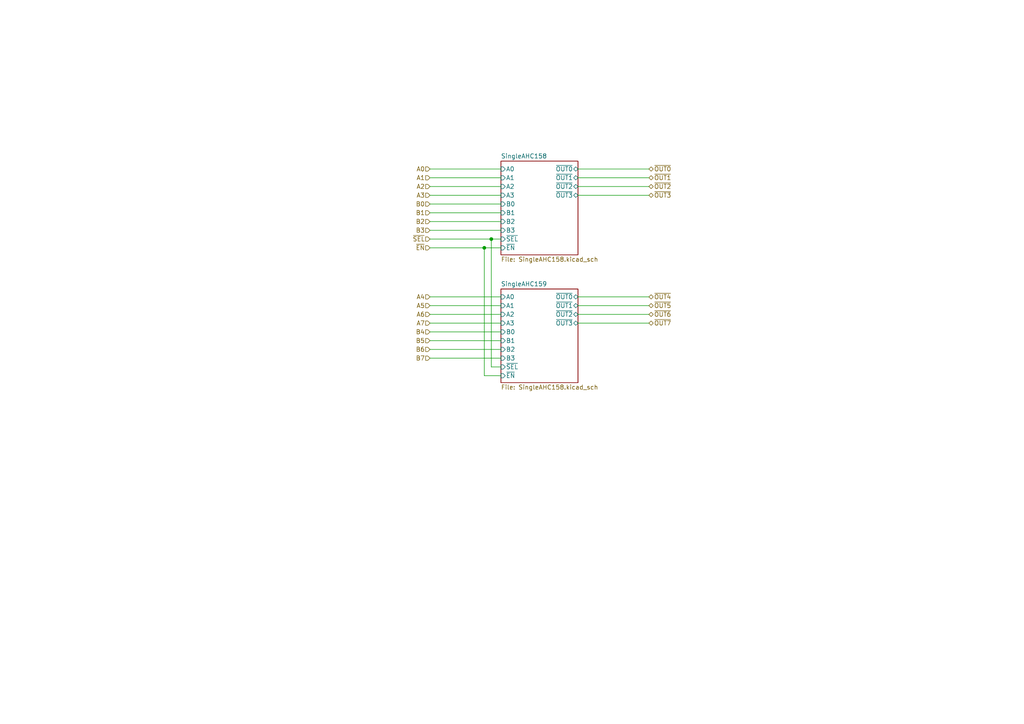
<source format=kicad_sch>
(kicad_sch (version 20211123) (generator eeschema)
  (paper "A4")
  (title_block (date "2022-05-13") (rev "1") (company "Joshua Scoggins"))
  (lib_symbols)
  (junction (at 142.494 69.342))
  (junction (at 140.462 71.882))
  (wire (pts (xy 167.64 93.726) (xy 188.214 93.726)))
  (wire (pts (xy 124.714 56.642) (xy 145.288 56.642)))
  (wire (pts (xy 142.494 69.342) (xy 145.288 69.342)))
  (wire (pts (xy 167.64 86.106) (xy 188.214 86.106)))
  (wire (pts (xy 167.64 51.562) (xy 188.214 51.562)))
  (wire (pts (xy 124.714 103.886) (xy 145.288 103.886)))
  (wire (pts (xy 167.64 54.102) (xy 188.214 54.102)))
  (wire (pts (xy 124.714 64.262) (xy 145.288 64.262)))
  (wire (pts (xy 140.462 108.966) (xy 145.288 108.966)))
  (wire (pts (xy 124.714 93.726) (xy 145.288 93.726)))
  (wire (pts (xy 124.714 51.562) (xy 145.288 51.562)))
  (wire (pts (xy 167.64 88.646) (xy 188.214 88.646)))
  (wire (pts (xy 124.714 96.266) (xy 145.288 96.266)))
  (wire (pts (xy 167.64 91.186) (xy 188.214 91.186)))
  (wire (pts (xy 124.714 49.022) (xy 145.288 49.022)))
  (wire (pts (xy 124.714 59.182) (xy 145.288 59.182)))
  (wire (pts (xy 140.462 71.882) (xy 140.462 108.966)))
  (wire (pts (xy 140.462 71.882) (xy 145.288 71.882)))
  (wire (pts (xy 124.714 69.342) (xy 142.494 69.342)))
  (wire (pts (xy 124.714 86.106) (xy 145.288 86.106)))
  (wire (pts (xy 124.714 91.186) (xy 145.288 91.186)))
  (wire (pts (xy 142.494 106.426) (xy 145.288 106.426)))
  (wire (pts (xy 124.714 101.346) (xy 145.288 101.346)))
  (wire (pts (xy 124.714 61.722) (xy 145.288 61.722)))
  (wire (pts (xy 167.64 56.642) (xy 188.214 56.642)))
  (wire (pts (xy 124.714 71.882) (xy 140.462 71.882)))
  (wire (pts (xy 167.64 49.022) (xy 188.214 49.022)))
  (wire (pts (xy 124.714 66.802) (xy 145.288 66.802)))
  (wire (pts (xy 124.714 88.646) (xy 145.288 88.646)))
  (wire (pts (xy 124.714 98.806) (xy 145.288 98.806)))
  (wire (pts (xy 142.494 69.342) (xy 142.494 106.426)))
  (wire (pts (xy 124.714 54.102) (xy 145.288 54.102)))
  (hierarchical_label "A6" (shape input) (at 124.714 91.186 180))
  (hierarchical_label "B2" (shape input) (at 124.714 64.262 180))
  (hierarchical_label "A3" (shape input) (at 124.714 56.642 180))
  (hierarchical_label "A0" (shape input) (at 124.714 49.022 180))
  (hierarchical_label "~{OUT7}" (shape tri_state) (at 188.214 93.726 0))
  (hierarchical_label "B7" (shape input) (at 124.714 103.886 180))
  (hierarchical_label "~{OUT5}" (shape tri_state) (at 188.214 88.646 0))
  (hierarchical_label "B1" (shape input) (at 124.714 61.722 180))
  (hierarchical_label "~{OUT2}" (shape tri_state) (at 188.214 54.102 0))
  (hierarchical_label "B5" (shape input) (at 124.714 98.806 180))
  (hierarchical_label "~{OUT1}" (shape tri_state) (at 188.214 51.562 0))
  (hierarchical_label "B4" (shape input) (at 124.714 96.266 180))
  (hierarchical_label "~{EN}" (shape input) (at 124.714 71.882 180))
  (hierarchical_label "B6" (shape input) (at 124.714 101.346 180))
  (hierarchical_label "A2" (shape input) (at 124.714 54.102 180))
  (hierarchical_label "~{OUT6}" (shape tri_state) (at 188.214 91.186 0))
  (hierarchical_label "B3" (shape input) (at 124.714 66.802 180))
  (hierarchical_label "A5" (shape input) (at 124.714 88.646 180))
  (hierarchical_label "B0" (shape input) (at 124.714 59.182 180))
  (hierarchical_label "~{OUT3}" (shape tri_state) (at 188.214 56.642 0))
  (hierarchical_label "A1" (shape input) (at 124.714 51.562 180))
  (hierarchical_label "~{OUT4}" (shape tri_state) (at 188.214 86.106 0))
  (hierarchical_label "~{OUT0}" (shape tri_state) (at 188.214 49.022 0))
  (hierarchical_label "A7" (shape input) (at 124.714 93.726 180))
  (hierarchical_label "A4" (shape input) (at 124.714 86.106 180))
  (hierarchical_label "~{SEL}" (shape input) (at 124.714 69.342 180))
  (sheet (at 145.288 83.82) (size 22.352 27.178) (stroke (width 0.1524))
    (property "Sheet name" "SingleAHC159" (at 145.288 83.1084 0) (effects (justify left bottom)))
    (property "Sheet file" "SingleAHC158.kicad_sch" (at 145.288 111.5826 0) (effects (justify left top)))
    (pin "~{OUT2}" tri_state (at 167.64 91.186 0))
    (pin "~{OUT0}" tri_state (at 167.64 86.106 0))
    (pin "~{OUT3}" tri_state (at 167.64 93.726 0))
    (pin "~{OUT1}" tri_state (at 167.64 88.646 0))
    (pin "B1" input (at 145.288 98.806 180))
    (pin "A0" input (at 145.288 86.106 180))
    (pin "B0" input (at 145.288 96.266 180))
    (pin "A1" input (at 145.288 88.646 180))
    (pin "~{SEL}" input (at 145.288 106.426 180))
    (pin "~{EN}" input (at 145.288 108.966 180))
    (pin "A2" input (at 145.288 91.186 180))
    (pin "B2" input (at 145.288 101.346 180))
    (pin "A3" input (at 145.288 93.726 180))
    (pin "B3" input (at 145.288 103.886 180))
  )
  (sheet (at 145.288 46.736) (size 22.352 27.178) (stroke (width 0.1524))
    (property "Sheet name" "SingleAHC158" (at 145.288 46.0244 0) (effects (justify left bottom)))
    (property "Sheet file" "SingleAHC158.kicad_sch" (at 145.288 74.4986 0) (effects (justify left top)))
    (pin "~{OUT2}" tri_state (at 167.64 54.102 0))
    (pin "~{OUT0}" tri_state (at 167.64 49.022 0))
    (pin "~{OUT3}" tri_state (at 167.64 56.642 0))
    (pin "~{OUT1}" tri_state (at 167.64 51.562 0))
    (pin "B1" input (at 145.288 61.722 180))
    (pin "A0" input (at 145.288 49.022 180))
    (pin "B0" input (at 145.288 59.182 180))
    (pin "A1" input (at 145.288 51.562 180))
    (pin "~{SEL}" input (at 145.288 69.342 180))
    (pin "~{EN}" input (at 145.288 71.882 180))
    (pin "A2" input (at 145.288 54.102 180))
    (pin "B2" input (at 145.288 64.262 180))
    (pin "A3" input (at 145.288 56.642 180))
    (pin "B3" input (at 145.288 66.802 180))
  )
)
</source>
